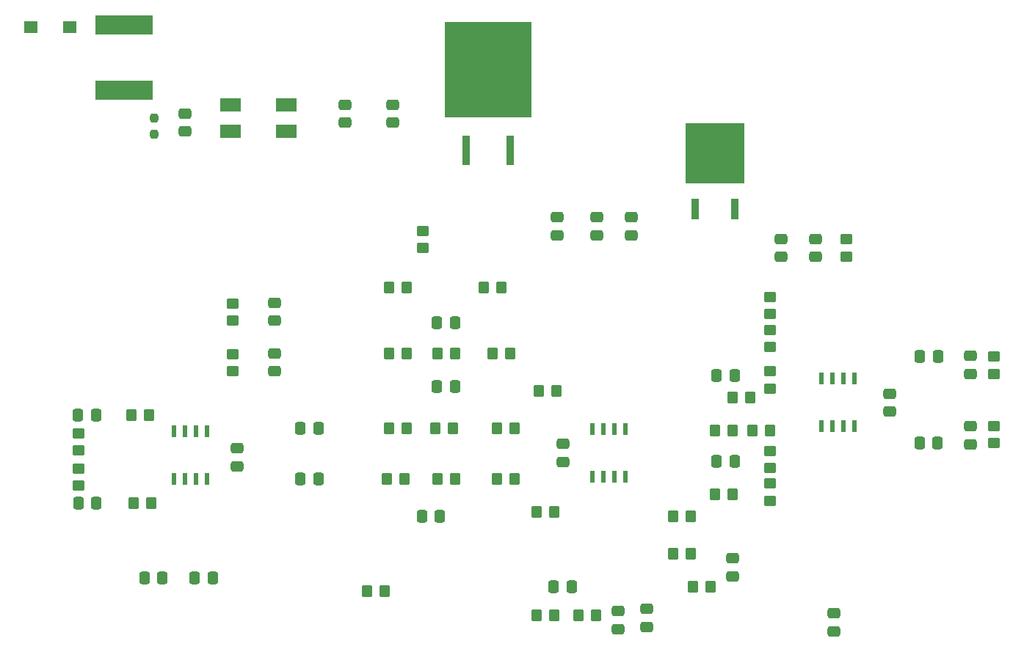
<source format=gtp>
G04 #@! TF.GenerationSoftware,KiCad,Pcbnew,8.0.8*
G04 #@! TF.CreationDate,2025-03-09T17:06:21-04:00*
G04 #@! TF.ProjectId,PreAmpEQ,50726541-6d70-4455-912e-6b696361645f,1.1*
G04 #@! TF.SameCoordinates,Original*
G04 #@! TF.FileFunction,Paste,Top*
G04 #@! TF.FilePolarity,Positive*
%FSLAX46Y46*%
G04 Gerber Fmt 4.6, Leading zero omitted, Abs format (unit mm)*
G04 Created by KiCad (PCBNEW 8.0.8) date 2025-03-09 17:06:21*
%MOMM*%
%LPD*%
G01*
G04 APERTURE LIST*
G04 Aperture macros list*
%AMRoundRect*
0 Rectangle with rounded corners*
0 $1 Rounding radius*
0 $2 $3 $4 $5 $6 $7 $8 $9 X,Y pos of 4 corners*
0 Add a 4 corners polygon primitive as box body*
4,1,4,$2,$3,$4,$5,$6,$7,$8,$9,$2,$3,0*
0 Add four circle primitives for the rounded corners*
1,1,$1+$1,$2,$3*
1,1,$1+$1,$4,$5*
1,1,$1+$1,$6,$7*
1,1,$1+$1,$8,$9*
0 Add four rect primitives between the rounded corners*
20,1,$1+$1,$2,$3,$4,$5,0*
20,1,$1+$1,$4,$5,$6,$7,0*
20,1,$1+$1,$6,$7,$8,$9,0*
20,1,$1+$1,$8,$9,$2,$3,0*%
G04 Aperture macros list end*
%ADD10R,0.939800X3.505200*%
%ADD11R,10.033000X11.125200*%
%ADD12R,0.939800X2.489200*%
%ADD13R,6.781800X6.934200*%
%ADD14R,1.498600X1.397000*%
%ADD15RoundRect,0.250000X0.450000X-0.350000X0.450000X0.350000X-0.450000X0.350000X-0.450000X-0.350000X0*%
%ADD16RoundRect,0.250000X0.350000X0.450000X-0.350000X0.450000X-0.350000X-0.450000X0.350000X-0.450000X0*%
%ADD17RoundRect,0.250000X-0.450000X0.350000X-0.450000X-0.350000X0.450000X-0.350000X0.450000X0.350000X0*%
%ADD18RoundRect,0.250000X0.475000X-0.337500X0.475000X0.337500X-0.475000X0.337500X-0.475000X-0.337500X0*%
%ADD19RoundRect,0.250000X-0.350000X-0.450000X0.350000X-0.450000X0.350000X0.450000X-0.350000X0.450000X0*%
%ADD20RoundRect,0.250000X-0.475000X0.337500X-0.475000X-0.337500X0.475000X-0.337500X0.475000X0.337500X0*%
%ADD21R,0.558800X1.460500*%
%ADD22RoundRect,0.237500X-0.237500X0.250000X-0.237500X-0.250000X0.237500X-0.250000X0.237500X0.250000X0*%
%ADD23RoundRect,0.250000X-0.337500X-0.475000X0.337500X-0.475000X0.337500X0.475000X-0.337500X0.475000X0*%
%ADD24R,6.705600X2.209800*%
%ADD25RoundRect,0.250000X0.337500X0.475000X-0.337500X0.475000X-0.337500X-0.475000X0.337500X-0.475000X0*%
%ADD26R,2.489200X1.498600*%
G04 APERTURE END LIST*
D10*
X142494000Y-63119000D03*
D11*
X145034000Y-53848000D03*
D10*
X147574000Y-63119000D03*
D12*
X168905999Y-69913500D03*
D13*
X171196000Y-63500000D03*
D12*
X173486001Y-69913500D03*
D14*
X96769200Y-48904000D03*
X92298800Y-48904000D03*
D15*
X97790000Y-101838000D03*
X97790000Y-99838000D03*
X97790000Y-97790000D03*
X97790000Y-95790000D03*
D16*
X175260000Y-91694000D03*
X173260000Y-91694000D03*
D17*
X177546000Y-83852000D03*
X177546000Y-85852000D03*
D15*
X177546000Y-99822000D03*
X177546000Y-97822000D03*
D16*
X173228000Y-95504000D03*
X171228000Y-95504000D03*
D18*
X200660000Y-88943000D03*
X200660000Y-86868000D03*
X200660000Y-97071000D03*
X200660000Y-94996000D03*
D19*
X175546000Y-95504000D03*
X177546000Y-95504000D03*
X131096000Y-114046000D03*
X133096000Y-114046000D03*
D17*
X137534000Y-72404000D03*
X137534000Y-74404000D03*
D18*
X191325000Y-93277000D03*
X191325000Y-91202000D03*
D15*
X177546000Y-90630000D03*
X177546000Y-88630000D03*
D20*
X182816000Y-73363000D03*
X182816000Y-75438000D03*
D19*
X139192000Y-101092000D03*
X141192000Y-101092000D03*
D20*
X120396000Y-80729000D03*
X120396000Y-82804000D03*
D21*
X160909000Y-95319850D03*
X159639000Y-95319850D03*
X158369000Y-95319850D03*
X157099000Y-95319850D03*
X157099000Y-100768150D03*
X158369000Y-100768150D03*
X159639000Y-100768150D03*
X160909000Y-100768150D03*
D19*
X133620000Y-78994000D03*
X135620000Y-78994000D03*
D17*
X177546000Y-80042000D03*
X177546000Y-82042000D03*
X203380000Y-86952000D03*
X203380000Y-88952000D03*
D20*
X178816000Y-73363000D03*
X178816000Y-75438000D03*
D22*
X106534000Y-59404000D03*
X106534000Y-61229000D03*
D20*
X110034000Y-58866500D03*
X110034000Y-60941500D03*
D23*
X97747000Y-93726000D03*
X99822000Y-93726000D03*
X139149000Y-83058000D03*
X141224000Y-83058000D03*
D20*
X161534000Y-70866500D03*
X161534000Y-72941500D03*
D19*
X150638000Y-104902000D03*
X152638000Y-104902000D03*
D16*
X173228000Y-102870000D03*
X171228000Y-102870000D03*
D18*
X163322000Y-118153000D03*
X163322000Y-116078000D03*
D20*
X134034000Y-57866500D03*
X134034000Y-59941500D03*
D17*
X186316000Y-73400500D03*
X186316000Y-75400500D03*
D16*
X168402000Y-105410000D03*
X166402000Y-105410000D03*
D23*
X139133000Y-90424000D03*
X141208000Y-90424000D03*
D19*
X150908000Y-90932000D03*
X152908000Y-90932000D03*
D18*
X116078000Y-99589500D03*
X116078000Y-97514500D03*
D24*
X103034000Y-48657500D03*
X103034000Y-56150500D03*
D21*
X112649000Y-95573850D03*
X111379000Y-95573850D03*
X110109000Y-95573850D03*
X108839000Y-95573850D03*
X108839000Y-101022150D03*
X110109000Y-101022150D03*
X111379000Y-101022150D03*
X112649000Y-101022150D03*
D19*
X104156000Y-103886000D03*
X106156000Y-103886000D03*
D17*
X115570000Y-80804000D03*
X115570000Y-82804000D03*
D19*
X146066000Y-101092000D03*
X148066000Y-101092000D03*
D23*
X194842500Y-86952000D03*
X196917500Y-86952000D03*
D19*
X139224000Y-86614000D03*
X141224000Y-86614000D03*
D23*
X171407000Y-89154000D03*
X173482000Y-89154000D03*
D18*
X160020000Y-118407000D03*
X160020000Y-116332000D03*
D23*
X123401000Y-95250000D03*
X125476000Y-95250000D03*
D25*
X196880000Y-96952000D03*
X194805000Y-96952000D03*
D19*
X155480000Y-116840000D03*
X157480000Y-116840000D03*
X133636000Y-86614000D03*
X135636000Y-86614000D03*
X133366000Y-101092000D03*
X135366000Y-101092000D03*
X150654000Y-116840000D03*
X152654000Y-116840000D03*
D23*
X111209000Y-112522000D03*
X113284000Y-112522000D03*
X123401000Y-101092000D03*
X125476000Y-101092000D03*
D15*
X203380000Y-96952000D03*
X203380000Y-94952000D03*
D20*
X157534000Y-70866500D03*
X157534000Y-72941500D03*
D17*
X115570000Y-86646000D03*
X115570000Y-88646000D03*
D19*
X168688000Y-113538000D03*
X170688000Y-113538000D03*
D18*
X173228000Y-112311000D03*
X173228000Y-110236000D03*
D19*
X144558000Y-78994000D03*
X146558000Y-78994000D03*
D23*
X137392500Y-105410000D03*
X139467500Y-105410000D03*
D15*
X177546000Y-103600000D03*
X177546000Y-101600000D03*
D23*
X171407000Y-99060000D03*
X173482000Y-99060000D03*
D25*
X107463500Y-112522000D03*
X105388500Y-112522000D03*
D18*
X153670000Y-99081500D03*
X153670000Y-97006500D03*
D19*
X103902000Y-93726000D03*
X105902000Y-93726000D03*
X166402000Y-109728000D03*
X168402000Y-109728000D03*
D23*
X97768500Y-103886000D03*
X99843500Y-103886000D03*
D20*
X120396000Y-86571000D03*
X120396000Y-88646000D03*
X128534000Y-57866500D03*
X128534000Y-59941500D03*
D19*
X145574000Y-86614000D03*
X147574000Y-86614000D03*
D20*
X153034000Y-70866500D03*
X153034000Y-72941500D03*
D19*
X133620000Y-95250000D03*
X135620000Y-95250000D03*
X146050000Y-95250000D03*
X148050000Y-95250000D03*
D18*
X184912000Y-118661000D03*
X184912000Y-116586000D03*
D26*
X115282800Y-57904000D03*
X115282800Y-60904000D03*
X121785200Y-60904000D03*
X121785200Y-57904000D03*
D23*
X152611000Y-113538000D03*
X154686000Y-113538000D03*
D21*
X187325000Y-89477850D03*
X186055000Y-89477850D03*
X184785000Y-89477850D03*
X183515000Y-89477850D03*
X183515000Y-94926150D03*
X184785000Y-94926150D03*
X186055000Y-94926150D03*
X187325000Y-94926150D03*
D19*
X138954000Y-95250000D03*
X140954000Y-95250000D03*
M02*

</source>
